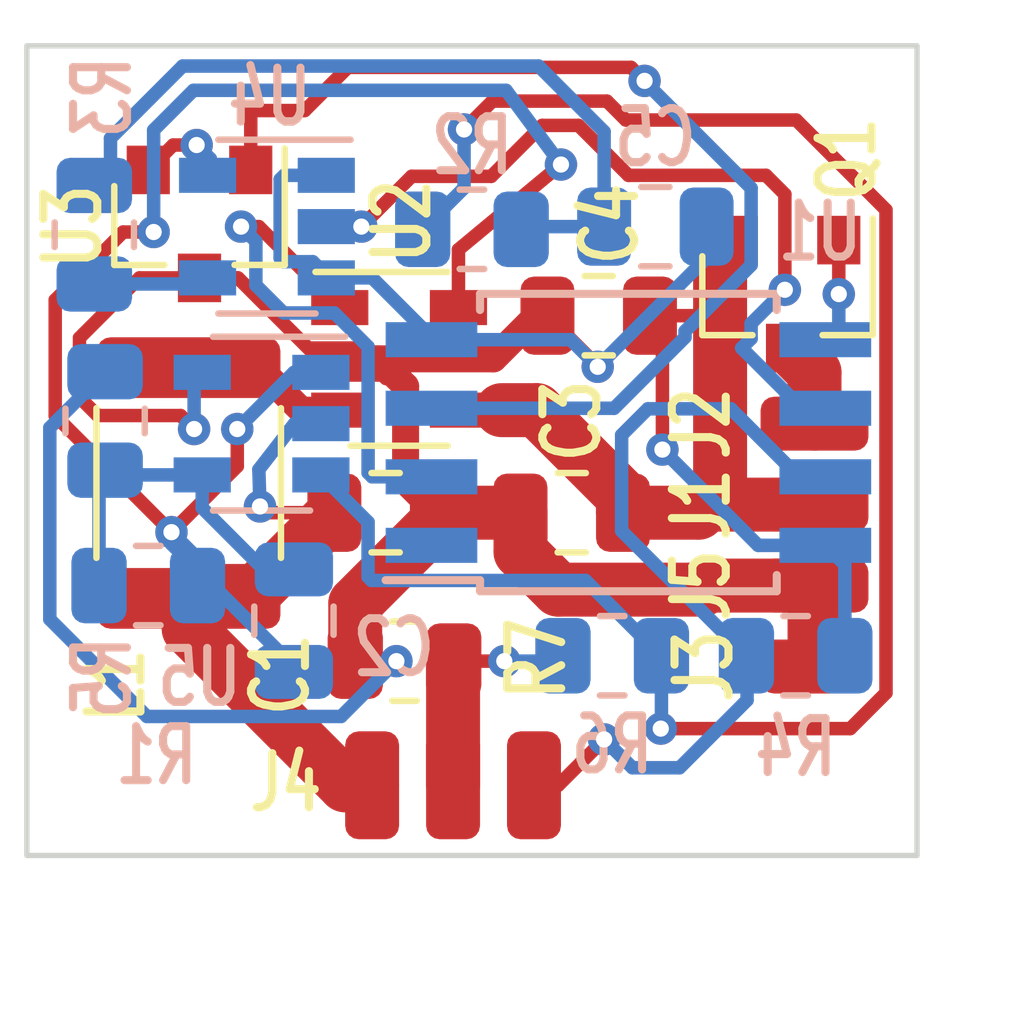
<source format=kicad_pcb>
(kicad_pcb (version 20171130) (host pcbnew 5.1.10-88a1d61d58~90~ubuntu20.04.1)

  (general
    (thickness 1)
    (drawings 4)
    (tracks 213)
    (zones 0)
    (modules 25)
    (nets 19)
  )

  (page A4)
  (layers
    (0 F.Cu signal)
    (31 B.Cu signal hide)
    (36 B.SilkS user hide)
    (37 F.SilkS user hide)
    (38 B.Mask user hide)
    (39 F.Mask user hide)
    (40 Dwgs.User user hide)
    (41 Cmts.User user hide)
    (42 Eco1.User user hide)
    (43 Eco2.User user hide)
    (44 Edge.Cuts user)
    (45 Margin user hide)
    (46 B.CrtYd user hide)
    (47 F.CrtYd user)
    (48 B.Fab user hide)
    (49 F.Fab user)
  )

  (setup
    (last_trace_width 0.25)
    (user_trace_width 0.5)
    (user_trace_width 1)
    (trace_clearance 0.2)
    (zone_clearance 0.508)
    (zone_45_only no)
    (trace_min 0.2)
    (via_size 0.8)
    (via_drill 0.4)
    (via_min_size 0.4)
    (via_min_drill 0.3)
    (user_via 0.6 0.3)
    (uvia_size 0.3)
    (uvia_drill 0.1)
    (uvias_allowed no)
    (uvia_min_size 0.2)
    (uvia_min_drill 0.1)
    (edge_width 0.1)
    (segment_width 0.2)
    (pcb_text_width 0.3)
    (pcb_text_size 1.5 1.5)
    (mod_edge_width 0.15)
    (mod_text_size 0.75 1)
    (mod_text_width 0.15)
    (pad_size 1.524 1.524)
    (pad_drill 0.762)
    (pad_to_mask_clearance 0)
    (aux_axis_origin 0 0)
    (visible_elements FFFDFF7F)
    (pcbplotparams
      (layerselection 0x010f0_ffffffff)
      (usegerberextensions true)
      (usegerberattributes true)
      (usegerberadvancedattributes true)
      (creategerberjobfile false)
      (excludeedgelayer true)
      (linewidth 0.100000)
      (plotframeref false)
      (viasonmask false)
      (mode 1)
      (useauxorigin false)
      (hpglpennumber 1)
      (hpglpenspeed 20)
      (hpglpendiameter 15.000000)
      (psnegative false)
      (psa4output false)
      (plotreference true)
      (plotvalue true)
      (plotinvisibletext false)
      (padsonsilk false)
      (subtractmaskfromsilk true)
      (outputformat 1)
      (mirror false)
      (drillshape 0)
      (scaleselection 1)
      (outputdirectory "../gerber/led_lamp_base/"))
  )

  (net 0 "")
  (net 1 Vreg)
  (net 2 GND)
  (net 3 Vin)
  (net 4 +BATT)
  (net 5 "Net-(L1-Pad1)")
  (net 6 /FB)
  (net 7 /Vdim)
  (net 8 /~SW)
  (net 9 /REFON)
  (net 10 /~BATBYP)
  (net 11 "Net-(R3-Pad2)")
  (net 12 /LEDON)
  (net 13 /OC1A)
  (net 14 /REFIN)
  (net 15 +2V5)
  (net 16 "Net-(C2-Pad1)")
  (net 17 "Net-(J4-Pad2)")
  (net 18 "Net-(R2-Pad2)")

  (net_class Default "This is the default net class."
    (clearance 0.2)
    (trace_width 0.25)
    (via_dia 0.8)
    (via_drill 0.4)
    (uvia_dia 0.3)
    (uvia_drill 0.1)
    (add_net +2V5)
    (add_net +BATT)
    (add_net /FB)
    (add_net /LEDON)
    (add_net /OC1A)
    (add_net /REFIN)
    (add_net /REFON)
    (add_net /Vdim)
    (add_net /~BATBYP)
    (add_net /~SW)
    (add_net GND)
    (add_net "Net-(C2-Pad1)")
    (add_net "Net-(J4-Pad2)")
    (add_net "Net-(L1-Pad1)")
    (add_net "Net-(R2-Pad2)")
    (add_net "Net-(R3-Pad2)")
    (add_net Vin)
    (add_net Vreg)
  )

  (module Resistor_SMD:R_0805_2012Metric (layer B.Cu) (tedit 5F68FEEE) (tstamp 6211D270)
    (at 150.95 107.95 90)
    (descr "Resistor SMD 0805 (2012 Metric), square (rectangular) end terminal, IPC_7351 nominal, (Body size source: IPC-SM-782 page 72, https://www.pcb-3d.com/wordpress/wp-content/uploads/ipc-sm-782a_amendment_1_and_2.pdf), generated with kicad-footprint-generator")
    (tags resistor)
    (path /6212631A)
    (attr smd)
    (fp_text reference R5 (at -4.75 -0.05 270) (layer B.SilkS)
      (effects (font (size 1 0.75) (thickness 0.15)) (justify mirror))
    )
    (fp_text value 1k (at 0 -1.65 90) (layer B.Fab)
      (effects (font (size 1 1) (thickness 0.15)) (justify mirror))
    )
    (fp_line (start -1 -0.625) (end -1 0.625) (layer B.Fab) (width 0.1))
    (fp_line (start -1 0.625) (end 1 0.625) (layer B.Fab) (width 0.1))
    (fp_line (start 1 0.625) (end 1 -0.625) (layer B.Fab) (width 0.1))
    (fp_line (start 1 -0.625) (end -1 -0.625) (layer B.Fab) (width 0.1))
    (fp_line (start -0.227064 0.735) (end 0.227064 0.735) (layer B.SilkS) (width 0.12))
    (fp_line (start -0.227064 -0.735) (end 0.227064 -0.735) (layer B.SilkS) (width 0.12))
    (fp_line (start -1.68 -0.95) (end -1.68 0.95) (layer B.CrtYd) (width 0.05))
    (fp_line (start -1.68 0.95) (end 1.68 0.95) (layer B.CrtYd) (width 0.05))
    (fp_line (start 1.68 0.95) (end 1.68 -0.95) (layer B.CrtYd) (width 0.05))
    (fp_line (start 1.68 -0.95) (end -1.68 -0.95) (layer B.CrtYd) (width 0.05))
    (fp_text user %R (at 0 0 90) (layer B.Fab)
      (effects (font (size 1 1) (thickness 0.15)) (justify mirror))
    )
    (pad 1 smd roundrect (at -0.9125 0 90) (size 1.025 1.4) (layers B.Cu B.Paste B.Mask) (roundrect_rratio 0.2439014634146341)
      (net 16 "Net-(C2-Pad1)"))
    (pad 2 smd roundrect (at 0.9125 0 90) (size 1.025 1.4) (layers B.Cu B.Paste B.Mask) (roundrect_rratio 0.2439014634146341)
      (net 2 GND))
    (model ${KISYS3DMOD}/Resistor_SMD.3dshapes/R_0805_2012Metric.wrl
      (at (xyz 0 0 0))
      (scale (xyz 1 1 1))
      (rotate (xyz 0 0 0))
    )
  )

  (module NetTie:NetTie-2_SMD_Pad0.5mm (layer F.Cu) (tedit 6212E8BF) (tstamp 6212DC64)
    (at 154.15 102.2 180)
    (descr "Net tie, 2 pin, 0.5mm square SMD pads")
    (tags "net tie")
    (path /61D813AB)
    (attr virtual)
    (fp_text reference NT1 (at 0 -1.2) (layer F.SilkS) hide
      (effects (font (size 1 0.75) (thickness 0.15)))
    )
    (fp_text value Net-Tie_2 (at 0 1.2) (layer F.Fab)
      (effects (font (size 1 1) (thickness 0.15)))
    )
    (fp_poly (pts (xy -0.5 -0.125) (xy 0.5 -0.125) (xy 0.5 0.125) (xy -0.5 0.125)) (layer F.Cu) (width 0))
    (fp_line (start 0.625 -0.125) (end -0.625 -0.125) (layer F.CrtYd) (width 0.05))
    (fp_line (start 0.625 0.125) (end 0.625 -0.125) (layer F.CrtYd) (width 0.05))
    (fp_line (start -0.625 0.125) (end 0.625 0.125) (layer F.CrtYd) (width 0.05))
    (fp_line (start -0.625 -0.125) (end -0.625 0.125) (layer F.CrtYd) (width 0.05))
    (pad 1 smd circle (at -0.5 0 180) (size 0.25 0.25) (layers F.Cu)
      (net 9 /REFON))
    (pad 2 smd circle (at 0.5 0 180) (size 0.25 0.25) (layers F.Cu)
      (net 14 /REFIN))
  )

  (module Resistor_SMD:R_0805_2012Metric (layer F.Cu) (tedit 5F68FEEE) (tstamp 6211D435)
    (at 156.5 112.4 180)
    (descr "Resistor SMD 0805 (2012 Metric), square (rectangular) end terminal, IPC_7351 nominal, (Body size source: IPC-SM-782 page 72, https://www.pcb-3d.com/wordpress/wp-content/uploads/ipc-sm-782a_amendment_1_and_2.pdf), generated with kicad-footprint-generator")
    (tags resistor)
    (path /62126342)
    (attr smd)
    (fp_text reference R7 (at -2.45 0.05 90) (layer F.SilkS)
      (effects (font (size 1 0.75) (thickness 0.15)))
    )
    (fp_text value 0,1 (at 0 1.65) (layer F.Fab)
      (effects (font (size 1 1) (thickness 0.15)))
    )
    (fp_line (start -1 0.625) (end -1 -0.625) (layer F.Fab) (width 0.1))
    (fp_line (start -1 -0.625) (end 1 -0.625) (layer F.Fab) (width 0.1))
    (fp_line (start 1 -0.625) (end 1 0.625) (layer F.Fab) (width 0.1))
    (fp_line (start 1 0.625) (end -1 0.625) (layer F.Fab) (width 0.1))
    (fp_line (start -0.227064 -0.735) (end 0.227064 -0.735) (layer F.SilkS) (width 0.12))
    (fp_line (start -0.227064 0.735) (end 0.227064 0.735) (layer F.SilkS) (width 0.12))
    (fp_line (start -1.68 0.95) (end -1.68 -0.95) (layer F.CrtYd) (width 0.05))
    (fp_line (start -1.68 -0.95) (end 1.68 -0.95) (layer F.CrtYd) (width 0.05))
    (fp_line (start 1.68 -0.95) (end 1.68 0.95) (layer F.CrtYd) (width 0.05))
    (fp_line (start 1.68 0.95) (end -1.68 0.95) (layer F.CrtYd) (width 0.05))
    (fp_text user %R (at 0 0) (layer F.Fab)
      (effects (font (size 1 1) (thickness 0.15)))
    )
    (pad 1 smd roundrect (at -0.9125 0 180) (size 1.025 1.4) (layers F.Cu F.Paste F.Mask) (roundrect_rratio 0.2439014634146341)
      (net 17 "Net-(J4-Pad2)"))
    (pad 2 smd roundrect (at 0.9125 0 180) (size 1.025 1.4) (layers F.Cu F.Paste F.Mask) (roundrect_rratio 0.2439014634146341)
      (net 2 GND))
    (model ${KISYS3DMOD}/Resistor_SMD.3dshapes/R_0805_2012Metric.wrl
      (at (xyz 0 0 0))
      (scale (xyz 1 1 1))
      (rotate (xyz 0 0 0))
    )
  )

  (module Resistor_SMD:R_0805_2012Metric (layer B.Cu) (tedit 5F68FEEE) (tstamp 6211D281)
    (at 160.35 112.3)
    (descr "Resistor SMD 0805 (2012 Metric), square (rectangular) end terminal, IPC_7351 nominal, (Body size source: IPC-SM-782 page 72, https://www.pcb-3d.com/wordpress/wp-content/uploads/ipc-sm-782a_amendment_1_and_2.pdf), generated with kicad-footprint-generator")
    (tags resistor)
    (path /62126335)
    (attr smd)
    (fp_text reference R6 (at 0 1.65) (layer B.SilkS)
      (effects (font (size 1 0.75) (thickness 0.15)) (justify mirror))
    )
    (fp_text value 1k (at 0 -1.65) (layer B.Fab)
      (effects (font (size 1 1) (thickness 0.15)) (justify mirror))
    )
    (fp_line (start 1.68 -0.95) (end -1.68 -0.95) (layer B.CrtYd) (width 0.05))
    (fp_line (start 1.68 0.95) (end 1.68 -0.95) (layer B.CrtYd) (width 0.05))
    (fp_line (start -1.68 0.95) (end 1.68 0.95) (layer B.CrtYd) (width 0.05))
    (fp_line (start -1.68 -0.95) (end -1.68 0.95) (layer B.CrtYd) (width 0.05))
    (fp_line (start -0.227064 -0.735) (end 0.227064 -0.735) (layer B.SilkS) (width 0.12))
    (fp_line (start -0.227064 0.735) (end 0.227064 0.735) (layer B.SilkS) (width 0.12))
    (fp_line (start 1 -0.625) (end -1 -0.625) (layer B.Fab) (width 0.1))
    (fp_line (start 1 0.625) (end 1 -0.625) (layer B.Fab) (width 0.1))
    (fp_line (start -1 0.625) (end 1 0.625) (layer B.Fab) (width 0.1))
    (fp_line (start -1 -0.625) (end -1 0.625) (layer B.Fab) (width 0.1))
    (fp_text user %R (at 0 0) (layer B.Fab)
      (effects (font (size 1 1) (thickness 0.15)) (justify mirror))
    )
    (pad 2 smd roundrect (at 0.9125 0) (size 1.025 1.4) (layers B.Cu B.Paste B.Mask) (roundrect_rratio 0.2439014634146341)
      (net 18 "Net-(R2-Pad2)"))
    (pad 1 smd roundrect (at -0.9125 0) (size 1.025 1.4) (layers B.Cu B.Paste B.Mask) (roundrect_rratio 0.2439014634146341)
      (net 17 "Net-(J4-Pad2)"))
    (model ${KISYS3DMOD}/Resistor_SMD.3dshapes/R_0805_2012Metric.wrl
      (at (xyz 0 0 0))
      (scale (xyz 1 1 1))
      (rotate (xyz 0 0 0))
    )
  )

  (module Package_TO_SOT_SMD:SOT-23-5 (layer B.Cu) (tedit 5A02FF57) (tstamp 6211D2A7)
    (at 153.85 108 180)
    (descr "5-pin SOT23 package")
    (tags SOT-23-5)
    (path /6212630E)
    (attr smd)
    (fp_text reference U5 (at 1.15 -4.7) (layer B.SilkS)
      (effects (font (size 1 0.75) (thickness 0.15)) (justify mirror))
    )
    (fp_text value MCP6001R (at 0 -2.9) (layer B.Fab)
      (effects (font (size 1 1) (thickness 0.15)) (justify mirror))
    )
    (fp_line (start -0.9 -1.61) (end 0.9 -1.61) (layer B.SilkS) (width 0.12))
    (fp_line (start 0.9 1.61) (end -1.55 1.61) (layer B.SilkS) (width 0.12))
    (fp_line (start -1.9 1.8) (end 1.9 1.8) (layer B.CrtYd) (width 0.05))
    (fp_line (start 1.9 1.8) (end 1.9 -1.8) (layer B.CrtYd) (width 0.05))
    (fp_line (start 1.9 -1.8) (end -1.9 -1.8) (layer B.CrtYd) (width 0.05))
    (fp_line (start -1.9 -1.8) (end -1.9 1.8) (layer B.CrtYd) (width 0.05))
    (fp_line (start -0.9 0.9) (end -0.25 1.55) (layer B.Fab) (width 0.1))
    (fp_line (start 0.9 1.55) (end -0.25 1.55) (layer B.Fab) (width 0.1))
    (fp_line (start -0.9 0.9) (end -0.9 -1.55) (layer B.Fab) (width 0.1))
    (fp_line (start 0.9 -1.55) (end -0.9 -1.55) (layer B.Fab) (width 0.1))
    (fp_line (start 0.9 1.55) (end 0.9 -1.55) (layer B.Fab) (width 0.1))
    (fp_text user %R (at 0 0 270) (layer B.Fab)
      (effects (font (size 1 1) (thickness 0.15)) (justify mirror))
    )
    (pad 1 smd rect (at -1.1 0.95 180) (size 1.06 0.65) (layers B.Cu B.Paste B.Mask)
      (net 6 /FB))
    (pad 2 smd rect (at -1.1 0 180) (size 1.06 0.65) (layers B.Cu B.Paste B.Mask)
      (net 1 Vreg))
    (pad 3 smd rect (at -1.1 -0.95 180) (size 1.06 0.65) (layers B.Cu B.Paste B.Mask)
      (net 18 "Net-(R2-Pad2)"))
    (pad 4 smd rect (at 1.1 -0.95 180) (size 1.06 0.65) (layers B.Cu B.Paste B.Mask)
      (net 16 "Net-(C2-Pad1)"))
    (pad 5 smd rect (at 1.1 0.95 180) (size 1.06 0.65) (layers B.Cu B.Paste B.Mask)
      (net 2 GND))
    (model ${KISYS3DMOD}/Package_TO_SOT_SMD.3dshapes/SOT-23-5.wrl
      (at (xyz 0 0 0))
      (scale (xyz 1 1 1))
      (rotate (xyz 0 0 0))
    )
  )

  (module Capacitor_SMD:C_0805_2012Metric (layer F.Cu) (tedit 5F68FEEE) (tstamp 6167BDEF)
    (at 156.15 109.65)
    (descr "Capacitor SMD 0805 (2012 Metric), square (rectangular) end terminal, IPC_7351 nominal, (Body size source: IPC-SM-782 page 76, https://www.pcb-3d.com/wordpress/wp-content/uploads/ipc-sm-782a_amendment_1_and_2.pdf, https://docs.google.com/spreadsheets/d/1BsfQQcO9C6DZCsRaXUlFlo91Tg2WpOkGARC1WS5S8t0/edit?usp=sharing), generated with kicad-footprint-generator")
    (tags capacitor)
    (path /6163C6A3)
    (attr smd)
    (fp_text reference C1 (at -1.95 3 90) (layer F.SilkS)
      (effects (font (size 1 0.75) (thickness 0.15)))
    )
    (fp_text value 10u (at 0 1.68) (layer F.Fab)
      (effects (font (size 1 1) (thickness 0.15)))
    )
    (fp_line (start 1.7 0.98) (end -1.7 0.98) (layer F.CrtYd) (width 0.05))
    (fp_line (start 1.7 -0.98) (end 1.7 0.98) (layer F.CrtYd) (width 0.05))
    (fp_line (start -1.7 -0.98) (end 1.7 -0.98) (layer F.CrtYd) (width 0.05))
    (fp_line (start -1.7 0.98) (end -1.7 -0.98) (layer F.CrtYd) (width 0.05))
    (fp_line (start -0.261252 0.735) (end 0.261252 0.735) (layer F.SilkS) (width 0.12))
    (fp_line (start -0.261252 -0.735) (end 0.261252 -0.735) (layer F.SilkS) (width 0.12))
    (fp_line (start 1 0.625) (end -1 0.625) (layer F.Fab) (width 0.1))
    (fp_line (start 1 -0.625) (end 1 0.625) (layer F.Fab) (width 0.1))
    (fp_line (start -1 -0.625) (end 1 -0.625) (layer F.Fab) (width 0.1))
    (fp_line (start -1 0.625) (end -1 -0.625) (layer F.Fab) (width 0.1))
    (fp_text user %R (at 0 0) (layer F.Fab)
      (effects (font (size 1 1) (thickness 0.15)))
    )
    (pad 1 smd roundrect (at -0.95 0) (size 1 1.45) (layers F.Cu F.Paste F.Mask) (roundrect_rratio 0.25)
      (net 1 Vreg))
    (pad 2 smd roundrect (at 0.95 0) (size 1 1.45) (layers F.Cu F.Paste F.Mask) (roundrect_rratio 0.25)
      (net 2 GND))
    (model ${KISYS3DMOD}/Capacitor_SMD.3dshapes/C_0805_2012Metric.wrl
      (at (xyz 0 0 0))
      (scale (xyz 1 1 1))
      (rotate (xyz 0 0 0))
    )
  )

  (module Capacitor_SMD:C_0805_2012Metric (layer B.Cu) (tedit 5F68FEEE) (tstamp 6213AEF3)
    (at 154.45 111.65 270)
    (descr "Capacitor SMD 0805 (2012 Metric), square (rectangular) end terminal, IPC_7351 nominal, (Body size source: IPC-SM-782 page 76, https://www.pcb-3d.com/wordpress/wp-content/uploads/ipc-sm-782a_amendment_1_and_2.pdf, https://docs.google.com/spreadsheets/d/1BsfQQcO9C6DZCsRaXUlFlo91Tg2WpOkGARC1WS5S8t0/edit?usp=sharing), generated with kicad-footprint-generator")
    (tags capacitor)
    (path /6212635F)
    (attr smd)
    (fp_text reference C2 (at 0.5 -1.85 180) (layer B.SilkS)
      (effects (font (size 1 0.75) (thickness 0.15)) (justify mirror))
    )
    (fp_text value 1n (at 0 -1.68 90) (layer B.Fab)
      (effects (font (size 1 1) (thickness 0.15)) (justify mirror))
    )
    (fp_line (start 1.7 -0.98) (end -1.7 -0.98) (layer B.CrtYd) (width 0.05))
    (fp_line (start 1.7 0.98) (end 1.7 -0.98) (layer B.CrtYd) (width 0.05))
    (fp_line (start -1.7 0.98) (end 1.7 0.98) (layer B.CrtYd) (width 0.05))
    (fp_line (start -1.7 -0.98) (end -1.7 0.98) (layer B.CrtYd) (width 0.05))
    (fp_line (start -0.261252 -0.735) (end 0.261252 -0.735) (layer B.SilkS) (width 0.12))
    (fp_line (start -0.261252 0.735) (end 0.261252 0.735) (layer B.SilkS) (width 0.12))
    (fp_line (start 1 -0.625) (end -1 -0.625) (layer B.Fab) (width 0.1))
    (fp_line (start 1 0.625) (end 1 -0.625) (layer B.Fab) (width 0.1))
    (fp_line (start -1 0.625) (end 1 0.625) (layer B.Fab) (width 0.1))
    (fp_line (start -1 -0.625) (end -1 0.625) (layer B.Fab) (width 0.1))
    (fp_text user %R (at 0 0 90) (layer B.Fab)
      (effects (font (size 1 1) (thickness 0.15)) (justify mirror))
    )
    (pad 1 smd roundrect (at -0.95 0 270) (size 1 1.45) (layers B.Cu B.Paste B.Mask) (roundrect_rratio 0.25)
      (net 16 "Net-(C2-Pad1)"))
    (pad 2 smd roundrect (at 0.95 0 270) (size 1 1.45) (layers B.Cu B.Paste B.Mask) (roundrect_rratio 0.25)
      (net 6 /FB))
    (model ${KISYS3DMOD}/Capacitor_SMD.3dshapes/C_0805_2012Metric.wrl
      (at (xyz 0 0 0))
      (scale (xyz 1 1 1))
      (rotate (xyz 0 0 0))
    )
  )

  (module Capacitor_SMD:C_0805_2012Metric (layer F.Cu) (tedit 5F68FEEE) (tstamp 6167BE11)
    (at 159.6 109.65 180)
    (descr "Capacitor SMD 0805 (2012 Metric), square (rectangular) end terminal, IPC_7351 nominal, (Body size source: IPC-SM-782 page 76, https://www.pcb-3d.com/wordpress/wp-content/uploads/ipc-sm-782a_amendment_1_and_2.pdf, https://docs.google.com/spreadsheets/d/1BsfQQcO9C6DZCsRaXUlFlo91Tg2WpOkGARC1WS5S8t0/edit?usp=sharing), generated with kicad-footprint-generator")
    (tags capacitor)
    (path /6163D5CC)
    (attr smd)
    (fp_text reference C3 (at 0 1.7 90) (layer F.SilkS)
      (effects (font (size 1 0.75) (thickness 0.15)))
    )
    (fp_text value 10u (at 0 1.68) (layer F.Fab)
      (effects (font (size 1 1) (thickness 0.15)))
    )
    (fp_line (start -1 0.625) (end -1 -0.625) (layer F.Fab) (width 0.1))
    (fp_line (start -1 -0.625) (end 1 -0.625) (layer F.Fab) (width 0.1))
    (fp_line (start 1 -0.625) (end 1 0.625) (layer F.Fab) (width 0.1))
    (fp_line (start 1 0.625) (end -1 0.625) (layer F.Fab) (width 0.1))
    (fp_line (start -0.261252 -0.735) (end 0.261252 -0.735) (layer F.SilkS) (width 0.12))
    (fp_line (start -0.261252 0.735) (end 0.261252 0.735) (layer F.SilkS) (width 0.12))
    (fp_line (start -1.7 0.98) (end -1.7 -0.98) (layer F.CrtYd) (width 0.05))
    (fp_line (start -1.7 -0.98) (end 1.7 -0.98) (layer F.CrtYd) (width 0.05))
    (fp_line (start 1.7 -0.98) (end 1.7 0.98) (layer F.CrtYd) (width 0.05))
    (fp_line (start 1.7 0.98) (end -1.7 0.98) (layer F.CrtYd) (width 0.05))
    (fp_text user %R (at 0 0) (layer F.Fab)
      (effects (font (size 1 1) (thickness 0.15)))
    )
    (pad 2 smd roundrect (at 0.95 0 180) (size 1 1.45) (layers F.Cu F.Paste F.Mask) (roundrect_rratio 0.25)
      (net 2 GND))
    (pad 1 smd roundrect (at -0.95 0 180) (size 1 1.45) (layers F.Cu F.Paste F.Mask) (roundrect_rratio 0.25)
      (net 3 Vin))
    (model ${KISYS3DMOD}/Capacitor_SMD.3dshapes/C_0805_2012Metric.wrl
      (at (xyz 0 0 0))
      (scale (xyz 1 1 1))
      (rotate (xyz 0 0 0))
    )
  )

  (module Capacitor_SMD:C_0805_2012Metric (layer F.Cu) (tedit 5F68FEEE) (tstamp 6167BE22)
    (at 160.1 106 180)
    (descr "Capacitor SMD 0805 (2012 Metric), square (rectangular) end terminal, IPC_7351 nominal, (Body size source: IPC-SM-782 page 76, https://www.pcb-3d.com/wordpress/wp-content/uploads/ipc-sm-782a_amendment_1_and_2.pdf, https://docs.google.com/spreadsheets/d/1BsfQQcO9C6DZCsRaXUlFlo91Tg2WpOkGARC1WS5S8t0/edit?usp=sharing), generated with kicad-footprint-generator")
    (tags capacitor)
    (path /61661E47)
    (attr smd)
    (fp_text reference C4 (at -0.2 1.7 90) (layer F.SilkS)
      (effects (font (size 1 0.75) (thickness 0.15)))
    )
    (fp_text value 0,1u (at 0 1.68) (layer F.Fab)
      (effects (font (size 1 1) (thickness 0.15)))
    )
    (fp_line (start -1 0.625) (end -1 -0.625) (layer F.Fab) (width 0.1))
    (fp_line (start -1 -0.625) (end 1 -0.625) (layer F.Fab) (width 0.1))
    (fp_line (start 1 -0.625) (end 1 0.625) (layer F.Fab) (width 0.1))
    (fp_line (start 1 0.625) (end -1 0.625) (layer F.Fab) (width 0.1))
    (fp_line (start -0.261252 -0.735) (end 0.261252 -0.735) (layer F.SilkS) (width 0.12))
    (fp_line (start -0.261252 0.735) (end 0.261252 0.735) (layer F.SilkS) (width 0.12))
    (fp_line (start -1.7 0.98) (end -1.7 -0.98) (layer F.CrtYd) (width 0.05))
    (fp_line (start -1.7 -0.98) (end 1.7 -0.98) (layer F.CrtYd) (width 0.05))
    (fp_line (start 1.7 -0.98) (end 1.7 0.98) (layer F.CrtYd) (width 0.05))
    (fp_line (start 1.7 0.98) (end -1.7 0.98) (layer F.CrtYd) (width 0.05))
    (fp_text user %R (at 0 0) (layer F.Fab)
      (effects (font (size 1 1) (thickness 0.15)))
    )
    (pad 2 smd roundrect (at 0.95 0 180) (size 1 1.45) (layers F.Cu F.Paste F.Mask) (roundrect_rratio 0.25)
      (net 2 GND))
    (pad 1 smd roundrect (at -0.95 0 180) (size 1 1.45) (layers F.Cu F.Paste F.Mask) (roundrect_rratio 0.25)
      (net 3 Vin))
    (model ${KISYS3DMOD}/Capacitor_SMD.3dshapes/C_0805_2012Metric.wrl
      (at (xyz 0 0 0))
      (scale (xyz 1 1 1))
      (rotate (xyz 0 0 0))
    )
  )

  (module Capacitor_SMD:C_0805_2012Metric (layer B.Cu) (tedit 5F68FEEE) (tstamp 6167BE33)
    (at 161.15 104.35)
    (descr "Capacitor SMD 0805 (2012 Metric), square (rectangular) end terminal, IPC_7351 nominal, (Body size source: IPC-SM-782 page 76, https://www.pcb-3d.com/wordpress/wp-content/uploads/ipc-sm-782a_amendment_1_and_2.pdf, https://docs.google.com/spreadsheets/d/1BsfQQcO9C6DZCsRaXUlFlo91Tg2WpOkGARC1WS5S8t0/edit?usp=sharing), generated with kicad-footprint-generator")
    (tags capacitor)
    (path /6166524A)
    (attr smd)
    (fp_text reference C5 (at 0 -1.65) (layer B.SilkS)
      (effects (font (size 1 0.75) (thickness 0.15)) (justify mirror))
    )
    (fp_text value 0,1u (at 0 -1.68) (layer B.Fab)
      (effects (font (size 1 1) (thickness 0.15)) (justify mirror))
    )
    (fp_line (start 1.7 -0.98) (end -1.7 -0.98) (layer B.CrtYd) (width 0.05))
    (fp_line (start 1.7 0.98) (end 1.7 -0.98) (layer B.CrtYd) (width 0.05))
    (fp_line (start -1.7 0.98) (end 1.7 0.98) (layer B.CrtYd) (width 0.05))
    (fp_line (start -1.7 -0.98) (end -1.7 0.98) (layer B.CrtYd) (width 0.05))
    (fp_line (start -0.261252 -0.735) (end 0.261252 -0.735) (layer B.SilkS) (width 0.12))
    (fp_line (start -0.261252 0.735) (end 0.261252 0.735) (layer B.SilkS) (width 0.12))
    (fp_line (start 1 -0.625) (end -1 -0.625) (layer B.Fab) (width 0.1))
    (fp_line (start 1 0.625) (end 1 -0.625) (layer B.Fab) (width 0.1))
    (fp_line (start -1 0.625) (end 1 0.625) (layer B.Fab) (width 0.1))
    (fp_line (start -1 -0.625) (end -1 0.625) (layer B.Fab) (width 0.1))
    (fp_text user %R (at 0 0) (layer B.Fab)
      (effects (font (size 1 1) (thickness 0.15)) (justify mirror))
    )
    (pad 1 smd roundrect (at -0.95 0) (size 1 1.45) (layers B.Cu B.Paste B.Mask) (roundrect_rratio 0.25)
      (net 7 /Vdim))
    (pad 2 smd roundrect (at 0.95 0) (size 1 1.45) (layers B.Cu B.Paste B.Mask) (roundrect_rratio 0.25)
      (net 2 GND))
    (model ${KISYS3DMOD}/Capacitor_SMD.3dshapes/C_0805_2012Metric.wrl
      (at (xyz 0 0 0))
      (scale (xyz 1 1 1))
      (rotate (xyz 0 0 0))
    )
  )

  (module led_lamp:SolderWirePad_1x01_SMD_1x2mm (layer F.Cu) (tedit 615F4851) (tstamp 6211D4E5)
    (at 164.1 109.5 90)
    (descr "Wire Pad, Square, SMD Pad,  1mmx2mm")
    (tags "MesurementPoint Square SMDPad 5mmx10mm ")
    (path /6169CED8)
    (attr virtual)
    (fp_text reference J1 (at 0 -2.1 90) (layer F.SilkS)
      (effects (font (size 1 0.75) (thickness 0.15)))
    )
    (fp_text value Conn_01x01 (at 0 2.85 90) (layer F.Fab)
      (effects (font (size 1 1) (thickness 0.15)))
    )
    (fp_line (start -0.65 1.27) (end -0.65 -1.27) (layer F.Fab) (width 0.1))
    (fp_line (start 0.65 1.27) (end -0.65 1.27) (layer F.Fab) (width 0.1))
    (fp_line (start 0.65 -1.27) (end 0.65 1.27) (layer F.Fab) (width 0.1))
    (fp_line (start -0.65 -1.27) (end 0.65 -1.27) (layer F.Fab) (width 0.1))
    (fp_line (start -0.65 -1.27) (end -0.65 1.27) (layer F.CrtYd) (width 0.05))
    (fp_line (start -0.65 1.27) (end 0.65 1.27) (layer F.CrtYd) (width 0.05))
    (fp_line (start 0.65 1.27) (end 0.65 -1.27) (layer F.CrtYd) (width 0.05))
    (fp_line (start 0.65 -1.27) (end -0.65 -1.27) (layer F.CrtYd) (width 0.05))
    (fp_text user %R (at 0 0 90) (layer F.Fab)
      (effects (font (size 1 1) (thickness 0.15)))
    )
    (pad 1 smd roundrect (at 0 0 90) (size 1 2) (layers F.Cu F.Paste F.Mask) (roundrect_rratio 0.25)
      (net 3 Vin))
  )

  (module led_lamp:SolderWirePad_1x01_SMD_1x2mm (layer F.Cu) (tedit 615F4851) (tstamp 6211D873)
    (at 164.1 108 90)
    (descr "Wire Pad, Square, SMD Pad,  1mmx2mm")
    (tags "MesurementPoint Square SMDPad 5mmx10mm ")
    (path /61649662)
    (attr virtual)
    (fp_text reference J2 (at 0 -2.1 90) (layer F.SilkS)
      (effects (font (size 1 0.75) (thickness 0.15)))
    )
    (fp_text value Conn_01x01 (at 0 2.85 90) (layer F.Fab)
      (effects (font (size 1 1) (thickness 0.15)))
    )
    (fp_line (start 0.65 -1.27) (end -0.65 -1.27) (layer F.CrtYd) (width 0.05))
    (fp_line (start 0.65 1.27) (end 0.65 -1.27) (layer F.CrtYd) (width 0.05))
    (fp_line (start -0.65 1.27) (end 0.65 1.27) (layer F.CrtYd) (width 0.05))
    (fp_line (start -0.65 -1.27) (end -0.65 1.27) (layer F.CrtYd) (width 0.05))
    (fp_line (start -0.65 -1.27) (end 0.65 -1.27) (layer F.Fab) (width 0.1))
    (fp_line (start 0.65 -1.27) (end 0.65 1.27) (layer F.Fab) (width 0.1))
    (fp_line (start 0.65 1.27) (end -0.65 1.27) (layer F.Fab) (width 0.1))
    (fp_line (start -0.65 1.27) (end -0.65 -1.27) (layer F.Fab) (width 0.1))
    (fp_text user %R (at 0 0 90) (layer F.Fab)
      (effects (font (size 1 1) (thickness 0.15)))
    )
    (pad 1 smd roundrect (at 0 0 90) (size 1 2) (layers F.Cu F.Paste F.Mask) (roundrect_rratio 0.25)
      (net 4 +BATT))
  )

  (module led_lamp:SolderWirePad_1x01_SMD_1x2mm (layer F.Cu) (tedit 615F4851) (tstamp 6167BE6E)
    (at 164.1 112.5 270)
    (descr "Wire Pad, Square, SMD Pad,  1mmx2mm")
    (tags "MesurementPoint Square SMDPad 5mmx10mm ")
    (path /6164CA1C)
    (attr virtual)
    (fp_text reference J3 (at 0 2.05 90) (layer F.SilkS)
      (effects (font (size 1 0.75) (thickness 0.15)))
    )
    (fp_text value Conn_01x01 (at 0 2.85 90) (layer F.Fab)
      (effects (font (size 1 1) (thickness 0.15)))
    )
    (fp_line (start 0.65 -1.27) (end -0.65 -1.27) (layer F.CrtYd) (width 0.05))
    (fp_line (start 0.65 1.27) (end 0.65 -1.27) (layer F.CrtYd) (width 0.05))
    (fp_line (start -0.65 1.27) (end 0.65 1.27) (layer F.CrtYd) (width 0.05))
    (fp_line (start -0.65 -1.27) (end -0.65 1.27) (layer F.CrtYd) (width 0.05))
    (fp_line (start -0.65 -1.27) (end 0.65 -1.27) (layer F.Fab) (width 0.1))
    (fp_line (start 0.65 -1.27) (end 0.65 1.27) (layer F.Fab) (width 0.1))
    (fp_line (start 0.65 1.27) (end -0.65 1.27) (layer F.Fab) (width 0.1))
    (fp_line (start -0.65 1.27) (end -0.65 -1.27) (layer F.Fab) (width 0.1))
    (fp_text user %R (at 0 0 90) (layer F.Fab)
      (effects (font (size 1 1) (thickness 0.15)))
    )
    (pad 1 smd roundrect (at 0 0 270) (size 1 2) (layers F.Cu F.Paste F.Mask) (roundrect_rratio 0.25)
      (net 2 GND))
  )

  (module Inductor_SMD:L_1812_4532Metric (layer F.Cu) (tedit 5F68FEF0) (tstamp 61678DC4)
    (at 152.5 109.1 270)
    (descr "Inductor SMD 1812 (4532 Metric), square (rectangular) end terminal, IPC_7351 nominal, (Body size source: https://www.nikhef.nl/pub/departments/mt/projects/detectorR_D/dtddice/ERJ2G.pdf), generated with kicad-footprint-generator")
    (tags inductor)
    (path /6163A040)
    (attr smd)
    (fp_text reference L1 (at 3.75 1.35 90) (layer F.SilkS)
      (effects (font (size 1 0.75) (thickness 0.15)))
    )
    (fp_text value 2,2u (at 0 2.65 90) (layer F.Fab)
      (effects (font (size 1 1) (thickness 0.15)))
    )
    (fp_line (start 2.95 1.95) (end -2.95 1.95) (layer F.CrtYd) (width 0.05))
    (fp_line (start 2.95 -1.95) (end 2.95 1.95) (layer F.CrtYd) (width 0.05))
    (fp_line (start -2.95 -1.95) (end 2.95 -1.95) (layer F.CrtYd) (width 0.05))
    (fp_line (start -2.95 1.95) (end -2.95 -1.95) (layer F.CrtYd) (width 0.05))
    (fp_line (start -1.386252 1.71) (end 1.386252 1.71) (layer F.SilkS) (width 0.12))
    (fp_line (start -1.386252 -1.71) (end 1.386252 -1.71) (layer F.SilkS) (width 0.12))
    (fp_line (start 2.25 1.6) (end -2.25 1.6) (layer F.Fab) (width 0.1))
    (fp_line (start 2.25 -1.6) (end 2.25 1.6) (layer F.Fab) (width 0.1))
    (fp_line (start -2.25 -1.6) (end 2.25 -1.6) (layer F.Fab) (width 0.1))
    (fp_line (start -2.25 1.6) (end -2.25 -1.6) (layer F.Fab) (width 0.1))
    (fp_text user %R (at 0 0 90) (layer F.Fab)
      (effects (font (size 1 1) (thickness 0.15)))
    )
    (pad 1 smd roundrect (at -2.1375 0 270) (size 1.125 3.4) (layers F.Cu F.Paste F.Mask) (roundrect_rratio 0.2222204444444444)
      (net 5 "Net-(L1-Pad1)"))
    (pad 2 smd roundrect (at 2.1375 0 270) (size 1.125 3.4) (layers F.Cu F.Paste F.Mask) (roundrect_rratio 0.2222204444444444)
      (net 1 Vreg))
    (model ${KISYS3DMOD}/Inductor_SMD.3dshapes/L_1812_4532Metric.wrl
      (at (xyz 0 0 0))
      (scale (xyz 1 1 1))
      (rotate (xyz 0 0 0))
    )
  )

  (module Package_TO_SOT_SMD:SOT-23 (layer F.Cu) (tedit 5A02FF57) (tstamp 6167C693)
    (at 163.6 105.6 270)
    (descr "SOT-23, Standard")
    (tags SOT-23)
    (path /6165001D)
    (attr smd)
    (fp_text reference Q1 (at -2.5 -1.1 90) (layer F.SilkS)
      (effects (font (size 1 0.75) (thickness 0.15)))
    )
    (fp_text value FDN306P (at 0 2.5 90) (layer F.Fab)
      (effects (font (size 1 1) (thickness 0.15)))
    )
    (fp_line (start 0.76 1.58) (end -0.7 1.58) (layer F.SilkS) (width 0.12))
    (fp_line (start 0.76 -1.58) (end -1.4 -1.58) (layer F.SilkS) (width 0.12))
    (fp_line (start -1.7 1.75) (end -1.7 -1.75) (layer F.CrtYd) (width 0.05))
    (fp_line (start 1.7 1.75) (end -1.7 1.75) (layer F.CrtYd) (width 0.05))
    (fp_line (start 1.7 -1.75) (end 1.7 1.75) (layer F.CrtYd) (width 0.05))
    (fp_line (start -1.7 -1.75) (end 1.7 -1.75) (layer F.CrtYd) (width 0.05))
    (fp_line (start 0.76 -1.58) (end 0.76 -0.65) (layer F.SilkS) (width 0.12))
    (fp_line (start 0.76 1.58) (end 0.76 0.65) (layer F.SilkS) (width 0.12))
    (fp_line (start -0.7 1.52) (end 0.7 1.52) (layer F.Fab) (width 0.1))
    (fp_line (start 0.7 -1.52) (end 0.7 1.52) (layer F.Fab) (width 0.1))
    (fp_line (start -0.7 -0.95) (end -0.15 -1.52) (layer F.Fab) (width 0.1))
    (fp_line (start -0.15 -1.52) (end 0.7 -1.52) (layer F.Fab) (width 0.1))
    (fp_line (start -0.7 -0.95) (end -0.7 1.5) (layer F.Fab) (width 0.1))
    (fp_text user %R (at 0 0) (layer F.Fab)
      (effects (font (size 1 1) (thickness 0.15)))
    )
    (pad 1 smd rect (at -1 -0.95 270) (size 0.9 0.8) (layers F.Cu F.Paste F.Mask)
      (net 10 /~BATBYP))
    (pad 2 smd rect (at -1 0.95 270) (size 0.9 0.8) (layers F.Cu F.Paste F.Mask)
      (net 3 Vin))
    (pad 3 smd rect (at 1 0 270) (size 0.9 0.8) (layers F.Cu F.Paste F.Mask)
      (net 4 +BATT))
    (model ${KISYS3DMOD}/Package_TO_SOT_SMD.3dshapes/SOT-23.wrl
      (at (xyz 0 0 0))
      (scale (xyz 1 1 1))
      (rotate (xyz 0 0 0))
    )
  )

  (module Resistor_SMD:R_0805_2012Metric (layer B.Cu) (tedit 5F68FEEE) (tstamp 6167C3A1)
    (at 151.75 111)
    (descr "Resistor SMD 0805 (2012 Metric), square (rectangular) end terminal, IPC_7351 nominal, (Body size source: IPC-SM-782 page 72, https://www.pcb-3d.com/wordpress/wp-content/uploads/ipc-sm-782a_amendment_1_and_2.pdf), generated with kicad-footprint-generator")
    (tags resistor)
    (path /62126314)
    (attr smd)
    (fp_text reference R1 (at 0.15 3.15) (layer B.SilkS)
      (effects (font (size 1 0.75) (thickness 0.15)) (justify mirror))
    )
    (fp_text value 36k (at 0 -1.65) (layer B.Fab)
      (effects (font (size 1 1) (thickness 0.15)) (justify mirror))
    )
    (fp_line (start -1 -0.625) (end -1 0.625) (layer B.Fab) (width 0.1))
    (fp_line (start -1 0.625) (end 1 0.625) (layer B.Fab) (width 0.1))
    (fp_line (start 1 0.625) (end 1 -0.625) (layer B.Fab) (width 0.1))
    (fp_line (start 1 -0.625) (end -1 -0.625) (layer B.Fab) (width 0.1))
    (fp_line (start -0.227064 0.735) (end 0.227064 0.735) (layer B.SilkS) (width 0.12))
    (fp_line (start -0.227064 -0.735) (end 0.227064 -0.735) (layer B.SilkS) (width 0.12))
    (fp_line (start -1.68 -0.95) (end -1.68 0.95) (layer B.CrtYd) (width 0.05))
    (fp_line (start -1.68 0.95) (end 1.68 0.95) (layer B.CrtYd) (width 0.05))
    (fp_line (start 1.68 0.95) (end 1.68 -0.95) (layer B.CrtYd) (width 0.05))
    (fp_line (start 1.68 -0.95) (end -1.68 -0.95) (layer B.CrtYd) (width 0.05))
    (fp_text user %R (at 0 0) (layer B.Fab)
      (effects (font (size 1 1) (thickness 0.15)) (justify mirror))
    )
    (pad 2 smd roundrect (at 0.9125 0) (size 1.025 1.4) (layers B.Cu B.Paste B.Mask) (roundrect_rratio 0.2439004878048781)
      (net 6 /FB))
    (pad 1 smd roundrect (at -0.9125 0) (size 1.025 1.4) (layers B.Cu B.Paste B.Mask) (roundrect_rratio 0.2439004878048781)
      (net 16 "Net-(C2-Pad1)"))
    (model ${KISYS3DMOD}/Resistor_SMD.3dshapes/R_0805_2012Metric.wrl
      (at (xyz 0 0 0))
      (scale (xyz 1 1 1))
      (rotate (xyz 0 0 0))
    )
  )

  (module Resistor_SMD:R_0805_2012Metric (layer B.Cu) (tedit 5F68FEEE) (tstamp 6167C3F6)
    (at 157.75 104.4 180)
    (descr "Resistor SMD 0805 (2012 Metric), square (rectangular) end terminal, IPC_7351 nominal, (Body size source: IPC-SM-782 page 72, https://www.pcb-3d.com/wordpress/wp-content/uploads/ipc-sm-782a_amendment_1_and_2.pdf), generated with kicad-footprint-generator")
    (tags resistor)
    (path /6212632F)
    (attr smd)
    (fp_text reference R2 (at 0 1.55) (layer B.SilkS)
      (effects (font (size 1 0.75) (thickness 0.15)) (justify mirror))
    )
    (fp_text value 100k (at 0 -1.65) (layer B.Fab)
      (effects (font (size 1 1) (thickness 0.15)) (justify mirror))
    )
    (fp_line (start 1.68 -0.95) (end -1.68 -0.95) (layer B.CrtYd) (width 0.05))
    (fp_line (start 1.68 0.95) (end 1.68 -0.95) (layer B.CrtYd) (width 0.05))
    (fp_line (start -1.68 0.95) (end 1.68 0.95) (layer B.CrtYd) (width 0.05))
    (fp_line (start -1.68 -0.95) (end -1.68 0.95) (layer B.CrtYd) (width 0.05))
    (fp_line (start -0.227064 -0.735) (end 0.227064 -0.735) (layer B.SilkS) (width 0.12))
    (fp_line (start -0.227064 0.735) (end 0.227064 0.735) (layer B.SilkS) (width 0.12))
    (fp_line (start 1 -0.625) (end -1 -0.625) (layer B.Fab) (width 0.1))
    (fp_line (start 1 0.625) (end 1 -0.625) (layer B.Fab) (width 0.1))
    (fp_line (start -1 0.625) (end 1 0.625) (layer B.Fab) (width 0.1))
    (fp_line (start -1 -0.625) (end -1 0.625) (layer B.Fab) (width 0.1))
    (fp_text user %R (at 0 0) (layer B.Fab)
      (effects (font (size 1 1) (thickness 0.15)) (justify mirror))
    )
    (pad 1 smd roundrect (at -0.9125 0 180) (size 1.025 1.4) (layers B.Cu B.Paste B.Mask) (roundrect_rratio 0.2439004878048781)
      (net 7 /Vdim))
    (pad 2 smd roundrect (at 0.9125 0 180) (size 1.025 1.4) (layers B.Cu B.Paste B.Mask) (roundrect_rratio 0.2439004878048781)
      (net 18 "Net-(R2-Pad2)"))
    (model ${KISYS3DMOD}/Resistor_SMD.3dshapes/R_0805_2012Metric.wrl
      (at (xyz 0 0 0))
      (scale (xyz 1 1 1))
      (rotate (xyz 0 0 0))
    )
  )

  (module Resistor_SMD:R_0805_2012Metric (layer B.Cu) (tedit 5F68FEEE) (tstamp 61678EBB)
    (at 150.75 104.5 270)
    (descr "Resistor SMD 0805 (2012 Metric), square (rectangular) end terminal, IPC_7351 nominal, (Body size source: IPC-SM-782 page 72, https://www.pcb-3d.com/wordpress/wp-content/uploads/ipc-sm-782a_amendment_1_and_2.pdf), generated with kicad-footprint-generator")
    (tags resistor)
    (path /61664D69)
    (attr smd)
    (fp_text reference R3 (at -2.55 -0.15 90) (layer B.SilkS)
      (effects (font (size 1 0.75) (thickness 0.15)) (justify mirror))
    )
    (fp_text value 10k (at 0 -1.65 90) (layer B.Fab)
      (effects (font (size 1 1) (thickness 0.15)) (justify mirror))
    )
    (fp_line (start 1.68 -0.95) (end -1.68 -0.95) (layer B.CrtYd) (width 0.05))
    (fp_line (start 1.68 0.95) (end 1.68 -0.95) (layer B.CrtYd) (width 0.05))
    (fp_line (start -1.68 0.95) (end 1.68 0.95) (layer B.CrtYd) (width 0.05))
    (fp_line (start -1.68 -0.95) (end -1.68 0.95) (layer B.CrtYd) (width 0.05))
    (fp_line (start -0.227064 -0.735) (end 0.227064 -0.735) (layer B.SilkS) (width 0.12))
    (fp_line (start -0.227064 0.735) (end 0.227064 0.735) (layer B.SilkS) (width 0.12))
    (fp_line (start 1 -0.625) (end -1 -0.625) (layer B.Fab) (width 0.1))
    (fp_line (start 1 0.625) (end 1 -0.625) (layer B.Fab) (width 0.1))
    (fp_line (start -1 0.625) (end 1 0.625) (layer B.Fab) (width 0.1))
    (fp_line (start -1 -0.625) (end -1 0.625) (layer B.Fab) (width 0.1))
    (fp_text user %R (at 0 0 90) (layer B.Fab)
      (effects (font (size 1 1) (thickness 0.15)) (justify mirror))
    )
    (pad 1 smd roundrect (at -0.9125 0 270) (size 1.025 1.4) (layers B.Cu B.Paste B.Mask) (roundrect_rratio 0.2439004878048781)
      (net 7 /Vdim))
    (pad 2 smd roundrect (at 0.9125 0 270) (size 1.025 1.4) (layers B.Cu B.Paste B.Mask) (roundrect_rratio 0.2439004878048781)
      (net 11 "Net-(R3-Pad2)"))
    (model ${KISYS3DMOD}/Resistor_SMD.3dshapes/R_0805_2012Metric.wrl
      (at (xyz 0 0 0))
      (scale (xyz 1 1 1))
      (rotate (xyz 0 0 0))
    )
  )

  (module Resistor_SMD:R_0805_2012Metric (layer B.Cu) (tedit 5F68FEEE) (tstamp 6167BEE9)
    (at 163.75 112.3 180)
    (descr "Resistor SMD 0805 (2012 Metric), square (rectangular) end terminal, IPC_7351 nominal, (Body size source: IPC-SM-782 page 72, https://www.pcb-3d.com/wordpress/wp-content/uploads/ipc-sm-782a_amendment_1_and_2.pdf), generated with kicad-footprint-generator")
    (tags resistor)
    (path /6168BCD8)
    (attr smd)
    (fp_text reference R4 (at 0 -1.7) (layer B.SilkS)
      (effects (font (size 1 0.75) (thickness 0.15)) (justify mirror))
    )
    (fp_text value 100k (at 0 -1.65) (layer B.Fab)
      (effects (font (size 1 1) (thickness 0.15)) (justify mirror))
    )
    (fp_line (start -1 -0.625) (end -1 0.625) (layer B.Fab) (width 0.1))
    (fp_line (start -1 0.625) (end 1 0.625) (layer B.Fab) (width 0.1))
    (fp_line (start 1 0.625) (end 1 -0.625) (layer B.Fab) (width 0.1))
    (fp_line (start 1 -0.625) (end -1 -0.625) (layer B.Fab) (width 0.1))
    (fp_line (start -0.227064 0.735) (end 0.227064 0.735) (layer B.SilkS) (width 0.12))
    (fp_line (start -0.227064 -0.735) (end 0.227064 -0.735) (layer B.SilkS) (width 0.12))
    (fp_line (start -1.68 -0.95) (end -1.68 0.95) (layer B.CrtYd) (width 0.05))
    (fp_line (start -1.68 0.95) (end 1.68 0.95) (layer B.CrtYd) (width 0.05))
    (fp_line (start 1.68 0.95) (end 1.68 -0.95) (layer B.CrtYd) (width 0.05))
    (fp_line (start 1.68 -0.95) (end -1.68 -0.95) (layer B.CrtYd) (width 0.05))
    (fp_text user %R (at 0 0) (layer B.Fab)
      (effects (font (size 1 1) (thickness 0.15)) (justify mirror))
    )
    (pad 2 smd roundrect (at 0.9125 0 180) (size 1.025 1.4) (layers B.Cu B.Paste B.Mask) (roundrect_rratio 0.2439004878048781)
      (net 8 /~SW))
    (pad 1 smd roundrect (at -0.9125 0 180) (size 1.025 1.4) (layers B.Cu B.Paste B.Mask) (roundrect_rratio 0.2439004878048781)
      (net 3 Vin))
    (model ${KISYS3DMOD}/Resistor_SMD.3dshapes/R_0805_2012Metric.wrl
      (at (xyz 0 0 0))
      (scale (xyz 1 1 1))
      (rotate (xyz 0 0 0))
    )
  )

  (module Package_SO:SOIJ-8_5.3x5.3mm_P1.27mm (layer B.Cu) (tedit 5A02F2D3) (tstamp 6168880B)
    (at 160.65 108.35)
    (descr "8-Lead Plastic Small Outline (SM) - Medium, 5.28 mm Body [SOIC] (see Microchip Packaging Specification 00000049BS.pdf)")
    (tags "SOIC 1.27")
    (path /6164609B)
    (attr smd)
    (fp_text reference U1 (at 3.55 -3.9) (layer B.SilkS)
      (effects (font (size 1 0.75) (thickness 0.15)) (justify mirror))
    )
    (fp_text value ATtiny85-20SU (at 0 -3.68) (layer B.Fab)
      (effects (font (size 1 1) (thickness 0.15)) (justify mirror))
    )
    (fp_line (start -2.75 2.55) (end -4.5 2.55) (layer B.SilkS) (width 0.15))
    (fp_line (start -2.75 -2.755) (end 2.75 -2.755) (layer B.SilkS) (width 0.15))
    (fp_line (start -2.75 2.755) (end 2.75 2.755) (layer B.SilkS) (width 0.15))
    (fp_line (start -2.75 -2.755) (end -2.75 -2.455) (layer B.SilkS) (width 0.15))
    (fp_line (start 2.75 -2.755) (end 2.75 -2.455) (layer B.SilkS) (width 0.15))
    (fp_line (start 2.75 2.755) (end 2.75 2.455) (layer B.SilkS) (width 0.15))
    (fp_line (start -2.75 2.755) (end -2.75 2.55) (layer B.SilkS) (width 0.15))
    (fp_line (start -4.75 -2.95) (end 4.75 -2.95) (layer B.CrtYd) (width 0.05))
    (fp_line (start -4.75 2.95) (end 4.75 2.95) (layer B.CrtYd) (width 0.05))
    (fp_line (start 4.75 2.95) (end 4.75 -2.95) (layer B.CrtYd) (width 0.05))
    (fp_line (start -4.75 2.95) (end -4.75 -2.95) (layer B.CrtYd) (width 0.05))
    (fp_line (start -2.65 1.65) (end -1.65 2.65) (layer B.Fab) (width 0.15))
    (fp_line (start -2.65 -2.65) (end -2.65 1.65) (layer B.Fab) (width 0.15))
    (fp_line (start 2.65 -2.65) (end -2.65 -2.65) (layer B.Fab) (width 0.15))
    (fp_line (start 2.65 2.65) (end 2.65 -2.65) (layer B.Fab) (width 0.15))
    (fp_line (start -1.65 2.65) (end 2.65 2.65) (layer B.Fab) (width 0.15))
    (fp_text user %R (at 0 0) (layer B.Fab)
      (effects (font (size 1 1) (thickness 0.15)) (justify mirror))
    )
    (pad 1 smd rect (at -3.65 1.905) (size 1.7 0.65) (layers B.Cu B.Paste B.Mask))
    (pad 2 smd rect (at -3.65 0.635) (size 1.7 0.65) (layers B.Cu B.Paste B.Mask)
      (net 12 /LEDON))
    (pad 3 smd rect (at -3.65 -0.635) (size 1.7 0.65) (layers B.Cu B.Paste B.Mask)
      (net 9 /REFON))
    (pad 4 smd rect (at -3.65 -1.905) (size 1.7 0.65) (layers B.Cu B.Paste B.Mask)
      (net 2 GND))
    (pad 5 smd rect (at 3.65 -1.905) (size 1.7 0.65) (layers B.Cu B.Paste B.Mask)
      (net 10 /~BATBYP))
    (pad 6 smd rect (at 3.65 -0.635) (size 1.7 0.65) (layers B.Cu B.Paste B.Mask)
      (net 13 /OC1A))
    (pad 7 smd rect (at 3.65 0.635) (size 1.7 0.65) (layers B.Cu B.Paste B.Mask)
      (net 8 /~SW))
    (pad 8 smd rect (at 3.65 1.905) (size 1.7 0.65) (layers B.Cu B.Paste B.Mask)
      (net 3 Vin))
    (model ${KISYS3DMOD}/Package_SO.3dshapes/SOIJ-8_5.3x5.3mm_P1.27mm.wrl
      (at (xyz 0 0 0))
      (scale (xyz 1 1 1))
      (rotate (xyz 0 0 0))
    )
  )

  (module Package_TO_SOT_SMD:SOT-23-5 (layer F.Cu) (tedit 5A02FF57) (tstamp 6167BF1B)
    (at 156.4 106.8)
    (descr "5-pin SOT23 package")
    (tags SOT-23-5)
    (path /61639064)
    (attr smd)
    (fp_text reference U2 (at 0.05 -2.55 90) (layer F.SilkS)
      (effects (font (size 1 0.75) (thickness 0.15)))
    )
    (fp_text value NCP1529A (at 0 2.9) (layer F.Fab)
      (effects (font (size 1 1) (thickness 0.15)))
    )
    (fp_line (start 0.9 -1.55) (end 0.9 1.55) (layer F.Fab) (width 0.1))
    (fp_line (start 0.9 1.55) (end -0.9 1.55) (layer F.Fab) (width 0.1))
    (fp_line (start -0.9 -0.9) (end -0.9 1.55) (layer F.Fab) (width 0.1))
    (fp_line (start 0.9 -1.55) (end -0.25 -1.55) (layer F.Fab) (width 0.1))
    (fp_line (start -0.9 -0.9) (end -0.25 -1.55) (layer F.Fab) (width 0.1))
    (fp_line (start -1.9 1.8) (end -1.9 -1.8) (layer F.CrtYd) (width 0.05))
    (fp_line (start 1.9 1.8) (end -1.9 1.8) (layer F.CrtYd) (width 0.05))
    (fp_line (start 1.9 -1.8) (end 1.9 1.8) (layer F.CrtYd) (width 0.05))
    (fp_line (start -1.9 -1.8) (end 1.9 -1.8) (layer F.CrtYd) (width 0.05))
    (fp_line (start 0.9 -1.61) (end -1.55 -1.61) (layer F.SilkS) (width 0.12))
    (fp_line (start -0.9 1.61) (end 0.9 1.61) (layer F.SilkS) (width 0.12))
    (fp_text user %R (at 0 0 90) (layer F.Fab)
      (effects (font (size 1 1) (thickness 0.15)))
    )
    (pad 1 smd rect (at -1.1 -0.95) (size 1.06 0.65) (layers F.Cu F.Paste F.Mask)
      (net 12 /LEDON))
    (pad 2 smd rect (at -1.1 0) (size 1.06 0.65) (layers F.Cu F.Paste F.Mask)
      (net 2 GND))
    (pad 3 smd rect (at -1.1 0.95) (size 1.06 0.65) (layers F.Cu F.Paste F.Mask)
      (net 5 "Net-(L1-Pad1)"))
    (pad 4 smd rect (at 1.1 0.95) (size 1.06 0.65) (layers F.Cu F.Paste F.Mask)
      (net 3 Vin))
    (pad 5 smd rect (at 1.1 -0.95) (size 1.06 0.65) (layers F.Cu F.Paste F.Mask)
      (net 6 /FB))
    (model ${KISYS3DMOD}/Package_TO_SOT_SMD.3dshapes/SOT-23-5.wrl
      (at (xyz 0 0 0))
      (scale (xyz 1 1 1))
      (rotate (xyz 0 0 0))
    )
  )

  (module led_lamp:SolderWirePad_1x01_SMD_1x2mm (layer F.Cu) (tedit 615F4851) (tstamp 6211D4A1)
    (at 164.1 111 90)
    (descr "Wire Pad, Square, SMD Pad,  1mmx2mm")
    (tags "MesurementPoint Square SMDPad 5mmx10mm ")
    (path /616A88BB)
    (attr virtual)
    (fp_text reference J5 (at 0 -2.1 90) (layer F.SilkS)
      (effects (font (size 1 0.75) (thickness 0.15)))
    )
    (fp_text value Conn_01x01 (at 0 2.85 90) (layer F.Fab)
      (effects (font (size 1 1) (thickness 0.15)))
    )
    (fp_line (start -0.65 1.27) (end -0.65 -1.27) (layer F.Fab) (width 0.1))
    (fp_line (start 0.65 1.27) (end -0.65 1.27) (layer F.Fab) (width 0.1))
    (fp_line (start 0.65 -1.27) (end 0.65 1.27) (layer F.Fab) (width 0.1))
    (fp_line (start -0.65 -1.27) (end 0.65 -1.27) (layer F.Fab) (width 0.1))
    (fp_line (start -0.65 -1.27) (end -0.65 1.27) (layer F.CrtYd) (width 0.05))
    (fp_line (start -0.65 1.27) (end 0.65 1.27) (layer F.CrtYd) (width 0.05))
    (fp_line (start 0.65 1.27) (end 0.65 -1.27) (layer F.CrtYd) (width 0.05))
    (fp_line (start 0.65 -1.27) (end -0.65 -1.27) (layer F.CrtYd) (width 0.05))
    (fp_text user %R (at 0 0 90) (layer F.Fab)
      (effects (font (size 1 1) (thickness 0.15)))
    )
    (pad 1 smd roundrect (at 0 0 90) (size 1 2) (layers F.Cu F.Paste F.Mask) (roundrect_rratio 0.25)
      (net 2 GND))
  )

  (module Package_TO_SOT_SMD:SOT-23 (layer F.Cu) (tedit 5A02FF57) (tstamp 61D3A2D4)
    (at 152.7 104.3 270)
    (descr "SOT-23, Standard")
    (tags SOT-23)
    (path /61D479B8)
    (attr smd)
    (fp_text reference U3 (at 0.05 2.35 90) (layer F.SilkS)
      (effects (font (size 1 0.75) (thickness 0.15)))
    )
    (fp_text value REF3025 (at 0 2.5 90) (layer F.Fab)
      (effects (font (size 1 1) (thickness 0.15)))
    )
    (fp_line (start 0.76 1.58) (end -0.7 1.58) (layer F.SilkS) (width 0.12))
    (fp_line (start 0.76 -1.58) (end -1.4 -1.58) (layer F.SilkS) (width 0.12))
    (fp_line (start -1.7 1.75) (end -1.7 -1.75) (layer F.CrtYd) (width 0.05))
    (fp_line (start 1.7 1.75) (end -1.7 1.75) (layer F.CrtYd) (width 0.05))
    (fp_line (start 1.7 -1.75) (end 1.7 1.75) (layer F.CrtYd) (width 0.05))
    (fp_line (start -1.7 -1.75) (end 1.7 -1.75) (layer F.CrtYd) (width 0.05))
    (fp_line (start 0.76 -1.58) (end 0.76 -0.65) (layer F.SilkS) (width 0.12))
    (fp_line (start 0.76 1.58) (end 0.76 0.65) (layer F.SilkS) (width 0.12))
    (fp_line (start -0.7 1.52) (end 0.7 1.52) (layer F.Fab) (width 0.1))
    (fp_line (start 0.7 -1.52) (end 0.7 1.52) (layer F.Fab) (width 0.1))
    (fp_line (start -0.7 -0.95) (end -0.15 -1.52) (layer F.Fab) (width 0.1))
    (fp_line (start -0.15 -1.52) (end 0.7 -1.52) (layer F.Fab) (width 0.1))
    (fp_line (start -0.7 -0.95) (end -0.7 1.5) (layer F.Fab) (width 0.1))
    (fp_text user %R (at 0 0) (layer F.Fab)
      (effects (font (size 1 1) (thickness 0.15)))
    )
    (pad 1 smd rect (at -1 -0.95 270) (size 0.9 0.8) (layers F.Cu F.Paste F.Mask)
      (net 14 /REFIN))
    (pad 2 smd rect (at -1 0.95 270) (size 0.9 0.8) (layers F.Cu F.Paste F.Mask)
      (net 15 +2V5))
    (pad 3 smd rect (at 1 0 270) (size 0.9 0.8) (layers F.Cu F.Paste F.Mask)
      (net 2 GND))
    (model ${KISYS3DMOD}/Package_TO_SOT_SMD.3dshapes/SOT-23.wrl
      (at (xyz 0 0 0))
      (scale (xyz 1 1 1))
      (rotate (xyz 0 0 0))
    )
  )

  (module Package_TO_SOT_SMD:SOT-23-5 (layer B.Cu) (tedit 5A02FF57) (tstamp 61D3A1B3)
    (at 153.95 104.35 180)
    (descr "5-pin SOT23 package")
    (tags SOT-23-5)
    (path /61D40412)
    (attr smd)
    (fp_text reference U4 (at -0.05 2.4) (layer B.SilkS)
      (effects (font (size 1 0.75) (thickness 0.15)) (justify mirror))
    )
    (fp_text value MC74VHC1GT125 (at 0 -2.9) (layer B.Fab)
      (effects (font (size 1 1) (thickness 0.15)) (justify mirror))
    )
    (fp_line (start 0.9 1.55) (end 0.9 -1.55) (layer B.Fab) (width 0.1))
    (fp_line (start 0.9 -1.55) (end -0.9 -1.55) (layer B.Fab) (width 0.1))
    (fp_line (start -0.9 0.9) (end -0.9 -1.55) (layer B.Fab) (width 0.1))
    (fp_line (start 0.9 1.55) (end -0.25 1.55) (layer B.Fab) (width 0.1))
    (fp_line (start -0.9 0.9) (end -0.25 1.55) (layer B.Fab) (width 0.1))
    (fp_line (start -1.9 -1.8) (end -1.9 1.8) (layer B.CrtYd) (width 0.05))
    (fp_line (start 1.9 -1.8) (end -1.9 -1.8) (layer B.CrtYd) (width 0.05))
    (fp_line (start 1.9 1.8) (end 1.9 -1.8) (layer B.CrtYd) (width 0.05))
    (fp_line (start -1.9 1.8) (end 1.9 1.8) (layer B.CrtYd) (width 0.05))
    (fp_line (start 0.9 1.61) (end -1.55 1.61) (layer B.SilkS) (width 0.12))
    (fp_line (start -0.9 -1.61) (end 0.9 -1.61) (layer B.SilkS) (width 0.12))
    (fp_text user %R (at 0 0 270) (layer B.Fab)
      (effects (font (size 1 1) (thickness 0.15)) (justify mirror))
    )
    (pad 1 smd rect (at -1.1 0.95 180) (size 1.06 0.65) (layers B.Cu B.Paste B.Mask)
      (net 2 GND))
    (pad 2 smd rect (at -1.1 0 180) (size 1.06 0.65) (layers B.Cu B.Paste B.Mask)
      (net 13 /OC1A))
    (pad 3 smd rect (at -1.1 -0.95 180) (size 1.06 0.65) (layers B.Cu B.Paste B.Mask)
      (net 2 GND))
    (pad 4 smd rect (at 1.1 -0.95 180) (size 1.06 0.65) (layers B.Cu B.Paste B.Mask)
      (net 11 "Net-(R3-Pad2)"))
    (pad 5 smd rect (at 1.1 0.95 180) (size 1.06 0.65) (layers B.Cu B.Paste B.Mask)
      (net 15 +2V5))
    (model ${KISYS3DMOD}/Package_TO_SOT_SMD.3dshapes/SOT-23-5.wrl
      (at (xyz 0 0 0))
      (scale (xyz 1 1 1))
      (rotate (xyz 0 0 0))
    )
  )

  (module led_lamp:SolderWirePad_1x03_SMD_1x2mm (layer F.Cu) (tedit 621173E2) (tstamp 6211D251)
    (at 155.9 114.7)
    (descr "Wire Pad, Square, SMD Pad,  1mmx2mm")
    (path /6218990D)
    (attr virtual)
    (fp_text reference J4 (at -1.6 -0.05) (layer F.SilkS)
      (effects (font (size 1 0.75) (thickness 0.15)))
    )
    (fp_text value Conn_01x03 (at 2.6 3.6) (layer F.Fab)
      (effects (font (size 1 1) (thickness 0.15)))
    )
    (fp_line (start 3.7 -1.27) (end -0.7 -1.27) (layer F.CrtYd) (width 0.05))
    (fp_line (start 3.7 1.27) (end 3.7 -1.27) (layer F.CrtYd) (width 0.05))
    (fp_line (start -0.7 1.27) (end 3.7 1.27) (layer F.CrtYd) (width 0.05))
    (fp_line (start -0.7 -1.27) (end -0.7 1.27) (layer F.CrtYd) (width 0.05))
    (fp_line (start -0.7 -1.27) (end 3.7 -1.27) (layer F.Fab) (width 0.1))
    (fp_line (start 3.7 -1.27) (end 3.7 1.27) (layer F.Fab) (width 0.1))
    (fp_line (start 3.7 1.27) (end -0.7 1.27) (layer F.Fab) (width 0.1))
    (fp_line (start -0.7 1.27) (end -0.7 -1.27) (layer F.Fab) (width 0.1))
    (fp_text user %R (at 1.3 2.3) (layer F.Fab)
      (effects (font (size 1 1) (thickness 0.15)))
    )
    (pad 1 smd roundrect (at 0 0) (size 1 2) (layers F.Cu F.Paste F.Mask) (roundrect_rratio 0.25)
      (net 1 Vreg))
    (pad 2 smd roundrect (at 1.5 0) (size 1 2) (layers F.Cu F.Paste F.Mask) (roundrect_rratio 0.25)
      (net 17 "Net-(J4-Pad2)"))
    (pad 3 smd roundrect (at 3 0) (size 1 2) (layers F.Cu F.Paste F.Mask) (roundrect_rratio 0.25)
      (net 8 /~SW))
  )

  (gr_line (start 166 101) (end 166 116) (layer Edge.Cuts) (width 0.1))
  (gr_line (start 149.5 101) (end 166 101) (layer Edge.Cuts) (width 0.1))
  (gr_line (start 149.5 116) (end 149.5 101) (layer Edge.Cuts) (width 0.1))
  (gr_line (start 166 116) (end 149.5 116) (layer Edge.Cuts) (width 0.1))

  (segment (start 155.4 114.7) (end 152.5 111.8) (width 1) (layer F.Cu) (net 1) (status 10))
  (segment (start 155.9 114.7) (end 155.4 114.7) (width 1) (layer F.Cu) (net 1) (status 30))
  (segment (start 152.5 111.8) (end 152.5 111.1) (width 1) (layer F.Cu) (net 1) (status 20))
  (segment (start 152.5 111.1) (end 153.75 111.1) (width 1) (layer F.Cu) (net 1) (status 30))
  (segment (start 153.75 111.1) (end 155.2 109.65) (width 1) (layer F.Cu) (net 1) (status 30))
  (via (at 153.821185 109.534078) (size 0.6) (drill 0.3) (layers F.Cu B.Cu) (net 1))
  (segment (start 153.937107 109.65) (end 153.821185 109.534078) (width 0.25) (layer F.Cu) (net 1))
  (segment (start 155.2 109.65) (end 153.937107 109.65) (width 0.25) (layer F.Cu) (net 1) (status 10))
  (segment (start 154.459998 108) (end 154.95 108) (width 0.25) (layer B.Cu) (net 1) (status 30))
  (segment (start 153.8 108.85) (end 154.459998 108) (width 0.25) (layer B.Cu) (net 1) (status 20))
  (segment (start 153.821185 109.534078) (end 153.8 108.85) (width 0.25) (layer B.Cu) (net 1))
  (segment (start 155.5875 111.33102) (end 157.1 109.81852) (width 1) (layer F.Cu) (net 2) (status 20))
  (segment (start 155.5875 112.4) (end 155.5875 111.33102) (width 1) (layer F.Cu) (net 2) (status 10))
  (segment (start 159.35001 111.07501) (end 162.02499 111.07501) (width 1) (layer F.Cu) (net 2))
  (segment (start 158.65 110.375) (end 159.35001 111.07501) (width 1) (layer F.Cu) (net 2))
  (segment (start 158.65 109.65) (end 158.65 110.375) (width 1) (layer F.Cu) (net 2) (status 10))
  (segment (start 162.02499 111.07501) (end 162.1 111) (width 1) (layer F.Cu) (net 2))
  (segment (start 162.1 111) (end 164.1 111) (width 1) (layer F.Cu) (net 2) (status 20))
  (segment (start 164.1 112.5) (end 164.1 111) (width 1) (layer F.Cu) (net 2) (status 30))
  (segment (start 157.1 109.65) (end 158.65 109.65) (width 1) (layer F.Cu) (net 2) (status 30))
  (segment (start 156.519999 107.304997) (end 156.519999 109.069999) (width 0.5) (layer F.Cu) (net 2))
  (segment (start 156.015002 106.8) (end 156.519999 107.304997) (width 0.5) (layer F.Cu) (net 2))
  (segment (start 155.3 106.8) (end 156.015002 106.8) (width 0.5) (layer F.Cu) (net 2) (status 10))
  (segment (start 156.519999 109.069999) (end 157.1 109.65) (width 0.5) (layer F.Cu) (net 2) (status 20))
  (segment (start 152.7 105.3) (end 152.800001 105.199999) (width 0.25) (layer F.Cu) (net 2) (status 30))
  (segment (start 157.021406 106.471406) (end 157 106.45) (width 0.5) (layer B.Cu) (net 2) (status 30))
  (segment (start 159.15 106) (end 158.95 106) (width 0.5) (layer F.Cu) (net 2) (status 30))
  (segment (start 158.95 106) (end 158.15 106.8) (width 0.5) (layer F.Cu) (net 2) (status 10))
  (segment (start 158.15 106.8) (end 155.35 106.8) (width 0.5) (layer F.Cu) (net 2) (status 20))
  (segment (start 152.7375 107.0375) (end 152.75 107.05) (width 0.25) (layer B.Cu) (net 2) (status 30))
  (segment (start 162 104.35) (end 162 105.028162) (width 0.25) (layer B.Cu) (net 2) (status 30))
  (via (at 160.081294 106.946868) (size 0.6) (drill 0.3) (layers F.Cu B.Cu) (net 2))
  (segment (start 159.579426 106.445) (end 160.081294 106.946868) (width 0.25) (layer B.Cu) (net 2))
  (segment (start 157 106.445) (end 159.579426 106.445) (width 0.25) (layer B.Cu) (net 2) (status 10))
  (segment (start 162 105.028162) (end 160.081294 106.946868) (width 0.25) (layer B.Cu) (net 2) (status 10))
  (segment (start 160.081294 106.946868) (end 160.081294 106.931294) (width 0.25) (layer F.Cu) (net 2))
  (segment (start 160.081294 106.931294) (end 159.15 106) (width 0.25) (layer F.Cu) (net 2) (status 20))
  (segment (start 154.800001 105.000001) (end 155.1 105.3) (width 0.25) (layer B.Cu) (net 2) (status 30))
  (segment (start 154.259999 105.000001) (end 154.800001 105.000001) (width 0.25) (layer B.Cu) (net 2) (status 20))
  (segment (start 154.194999 104.935001) (end 154.259999 105.000001) (width 0.25) (layer B.Cu) (net 2))
  (segment (start 154.27 103.4) (end 154.194999 103.475001) (width 0.25) (layer B.Cu) (net 2))
  (segment (start 155.05 103.4) (end 154.27 103.4) (width 0.25) (layer B.Cu) (net 2) (status 10))
  (segment (start 154.194999 103.475001) (end 154.194999 104.935001) (width 0.25) (layer B.Cu) (net 2))
  (segment (start 153.41319 105.3) (end 154.91319 106.8) (width 0.25) (layer F.Cu) (net 2) (status 20))
  (segment (start 154.91319 106.8) (end 155.35 106.8) (width 0.25) (layer F.Cu) (net 2) (status 30))
  (segment (start 155.05 105.3) (end 155.9 105.3) (width 0.25) (layer B.Cu) (net 2) (status 10))
  (segment (start 155.9 105.3) (end 157 106.4) (width 0.25) (layer B.Cu) (net 2) (status 20))
  (segment (start 152.7 105.3) (end 153.41319 105.3) (width 0.25) (layer F.Cu) (net 2) (status 10))
  (segment (start 153.41319 105.3) (end 155.213189 107.099999) (width 0.25) (layer F.Cu) (net 2) (status 20))
  (segment (start 156.090001 107.099999) (end 156.155001 107.164999) (width 0.25) (layer F.Cu) (net 2))
  (segment (start 155.213189 107.099999) (end 156.090001 107.099999) (width 0.25) (layer F.Cu) (net 2) (status 10))
  (via (at 152.6 108.1) (size 0.6) (drill 0.3) (layers F.Cu B.Cu) (net 2))
  (segment (start 150.47499 106.41182) (end 151.58681 105.3) (width 0.25) (layer F.Cu) (net 2))
  (segment (start 151.58681 105.3) (end 152.7 105.3) (width 0.25) (layer F.Cu) (net 2) (status 20))
  (segment (start 150.47499 107.51318) (end 150.47499 106.41182) (width 0.25) (layer F.Cu) (net 2))
  (segment (start 152.6 108.1) (end 152.6 107.2) (width 0.25) (layer B.Cu) (net 2) (status 20))
  (segment (start 152.6 107.2) (end 152.75 107.05) (width 0.25) (layer B.Cu) (net 2) (status 30))
  (segment (start 152.35001 107.85001) (end 152.6 108.1) (width 0.25) (layer F.Cu) (net 2))
  (segment (start 150.81182 107.85001) (end 152.35001 107.85001) (width 0.25) (layer F.Cu) (net 2))
  (segment (start 150.47499 107.51318) (end 150.81182 107.85001) (width 0.25) (layer F.Cu) (net 2))
  (via (at 156.35 112.4) (size 0.6) (drill 0.3) (layers F.Cu B.Cu) (net 2))
  (segment (start 155.5875 112.4) (end 156.35 112.4) (width 0.25) (layer F.Cu) (net 2) (status 10))
  (segment (start 156.35 112.4) (end 155.32499 113.42501) (width 0.25) (layer B.Cu) (net 2))
  (segment (start 155.32499 113.42501) (end 151.72501 113.42501) (width 0.25) (layer B.Cu) (net 2))
  (segment (start 149.92499 111.62499) (end 149.92499 108.07501) (width 0.25) (layer B.Cu) (net 2))
  (segment (start 151.72501 113.42501) (end 149.92499 111.62499) (width 0.25) (layer B.Cu) (net 2))
  (segment (start 149.92499 108.07501) (end 150.95 107.05) (width 0.25) (layer B.Cu) (net 2) (status 20))
  (segment (start 160.55 109.65) (end 161.95 109.65) (width 1) (layer F.Cu) (net 3) (status 10))
  (segment (start 161.95 109.65) (end 162.1 109.5) (width 1) (layer F.Cu) (net 3))
  (segment (start 162.1 109.5) (end 164.1 109.5) (width 1) (layer F.Cu) (net 3) (status 20))
  (segment (start 162.35 109.25) (end 162.1 109.5) (width 1) (layer F.Cu) (net 3))
  (segment (start 160.55 109.65) (end 160.55 109.35) (width 1) (layer F.Cu) (net 3) (status 30))
  (segment (start 160.55 109.35) (end 158.95 107.75) (width 1) (layer F.Cu) (net 3) (status 10))
  (segment (start 158.95 107.75) (end 158.3 107.75) (width 1) (layer F.Cu) (net 3))
  (segment (start 162.35 106) (end 162.35 109.25) (width 1) (layer F.Cu) (net 3))
  (segment (start 162.35 104.9) (end 162.35 106) (width 1) (layer F.Cu) (net 3) (status 10))
  (segment (start 164.6625 112.3) (end 164.6625 110.6125) (width 0.25) (layer B.Cu) (net 3) (status 10))
  (segment (start 164.6625 110.6125) (end 164.3 110.25) (width 0.25) (layer B.Cu) (net 3) (status 20))
  (via (at 161.28087 108.480861) (size 0.6) (drill 0.3) (layers F.Cu B.Cu) (net 3))
  (segment (start 163.055009 110.255) (end 161.28087 108.480861) (width 0.25) (layer B.Cu) (net 3))
  (segment (start 164.3 110.255) (end 163.055009 110.255) (width 0.25) (layer B.Cu) (net 3) (status 10))
  (segment (start 161.46174 106) (end 162.35 106) (width 0.25) (layer F.Cu) (net 3) (status 10))
  (segment (start 161.28087 106.18087) (end 161.46174 106) (width 0.25) (layer F.Cu) (net 3) (status 30))
  (segment (start 161.28087 108.480861) (end 161.28087 106.18087) (width 0.25) (layer F.Cu) (net 3) (status 20))
  (segment (start 158.3 107.75) (end 157.45 107.75) (width 0.25) (layer F.Cu) (net 3) (status 20))
  (segment (start 164.1 108) (end 164.1 107.05) (width 1) (layer F.Cu) (net 4) (status 10))
  (segment (start 164.1 107.05) (end 163.7 106.65) (width 1) (layer F.Cu) (net 4) (status 20))
  (segment (start 154.584998 107.75) (end 153.634998 106.8) (width 0.5) (layer F.Cu) (net 5) (status 20))
  (segment (start 155.3 107.75) (end 154.584998 107.75) (width 0.5) (layer F.Cu) (net 5) (status 10))
  (segment (start 153.634998 106.8) (end 152.5 106.8) (width 0.5) (layer F.Cu) (net 5) (status 30))
  (via (at 151.85 104.45) (size 0.6) (drill 0.3) (layers F.Cu B.Cu) (net 6))
  (segment (start 152.587642 101.825022) (end 151.85 102.562664) (width 0.25) (layer B.Cu) (net 6))
  (segment (start 158.383074 101.825022) (end 152.587642 101.825022) (width 0.25) (layer B.Cu) (net 6))
  (segment (start 157.5 104.77532) (end 157.5 105.85) (width 0.25) (layer F.Cu) (net 6) (status 20))
  (segment (start 151.85 102.562664) (end 151.85 104.45) (width 0.25) (layer B.Cu) (net 6))
  (segment (start 159.4 103.2) (end 157.5 104.77532) (width 0.25) (layer F.Cu) (net 6))
  (segment (start 159.4 103.2) (end 158.383074 101.825022) (width 0.25) (layer B.Cu) (net 6))
  (via (at 159.4 103.2) (size 0.6) (drill 0.3) (layers F.Cu B.Cu) (net 6))
  (via (at 153.4 108.1) (size 0.6) (drill 0.3) (layers F.Cu B.Cu) (net 6))
  (segment (start 154.45 107.05) (end 153.4 108.1) (width 0.25) (layer B.Cu) (net 6) (status 10))
  (segment (start 154.95 107.05) (end 154.45 107.05) (width 0.25) (layer B.Cu) (net 6) (status 30))
  (segment (start 150.024979 105.709336) (end 150.024979 107.854938) (width 0.25) (layer F.Cu) (net 6))
  (via (at 152.1804 110.010359) (size 0.6) (drill 0.3) (layers F.Cu B.Cu) (net 6))
  (segment (start 153.4 108.790759) (end 152.1804 110.010359) (width 0.25) (layer F.Cu) (net 6))
  (segment (start 152.1804 110.2304) (end 152.1804 110.010359) (width 0.25) (layer B.Cu) (net 6))
  (segment (start 154.45 112.5) (end 152.1804 110.2304) (width 0.25) (layer B.Cu) (net 6) (status 10))
  (segment (start 153.4 108.1) (end 153.4 108.790759) (width 0.25) (layer F.Cu) (net 6))
  (segment (start 150.024979 107.854938) (end 152.1804 110.010359) (width 0.25) (layer F.Cu) (net 6))
  (segment (start 151.85 104.45) (end 151.284315 104.45) (width 0.25) (layer F.Cu) (net 6))
  (segment (start 151.284315 104.45) (end 150.024979 105.709336) (width 0.25) (layer F.Cu) (net 6))
  (segment (start 152.6625 110.492459) (end 152.1804 110.010359) (width 0.25) (layer B.Cu) (net 6) (status 10))
  (segment (start 152.6625 111) (end 152.6625 110.492459) (width 0.25) (layer B.Cu) (net 6) (status 30))
  (segment (start 160.1 104.35) (end 158.55 104.35) (width 0.25) (layer B.Cu) (net 7) (status 30))
  (segment (start 151.05 103.35) (end 151.05 102.713589) (width 0.25) (layer B.Cu) (net 7) (status 10))
  (segment (start 151.05 102.713589) (end 152.388578 101.375011) (width 0.25) (layer B.Cu) (net 7))
  (segment (start 160.2 102.590654) (end 160.2 104.35) (width 0.25) (layer B.Cu) (net 7) (status 20))
  (segment (start 158.984357 101.375011) (end 160.2 102.590654) (width 0.25) (layer B.Cu) (net 7))
  (segment (start 152.388578 101.375011) (end 158.984357 101.375011) (width 0.25) (layer B.Cu) (net 7))
  (segment (start 159.35 114.7) (end 160.2 113.85) (width 0.25) (layer F.Cu) (net 8) (status 10))
  (via (at 160.2 113.85) (size 0.6) (drill 0.3) (layers F.Cu B.Cu) (net 8))
  (segment (start 158.9 114.7) (end 159.35 114.7) (width 0.25) (layer F.Cu) (net 8) (status 30))
  (segment (start 161.011411 107.724999) (end 162.549997 107.724999) (width 0.25) (layer B.Cu) (net 8))
  (segment (start 163.824998 109) (end 164.3 109) (width 0.25) (layer B.Cu) (net 8) (status 30))
  (segment (start 162.549997 107.724999) (end 163.824998 109) (width 0.25) (layer B.Cu) (net 8) (status 20))
  (segment (start 160.524999 108.211411) (end 161.011411 107.724999) (width 0.25) (layer B.Cu) (net 8))
  (segment (start 162.8375 112.3) (end 160.524999 109.987499) (width 0.25) (layer B.Cu) (net 8) (status 10))
  (segment (start 160.524999 109.987499) (end 160.524999 108.211411) (width 0.25) (layer B.Cu) (net 8))
  (segment (start 160.725002 114.375002) (end 161.598002 114.375002) (width 0.25) (layer B.Cu) (net 8))
  (segment (start 160.2 113.85) (end 160.725002 114.375002) (width 0.25) (layer B.Cu) (net 8))
  (segment (start 161.598002 114.375002) (end 162.85 113.123004) (width 0.25) (layer B.Cu) (net 8))
  (segment (start 162.85 113.123004) (end 162.85 112.3) (width 0.25) (layer B.Cu) (net 8) (status 20))
  (segment (start 160.385 107.715) (end 157 107.715) (width 0.25) (layer B.Cu) (net 9) (status 20))
  (segment (start 161.7 106.4) (end 160.385 107.715) (width 0.25) (layer B.Cu) (net 9))
  (segment (start 160.977142 101.688952) (end 162.92501 103.63682) (width 0.25) (layer B.Cu) (net 9))
  (segment (start 161.7 106.28819) (end 161.7 106.4) (width 0.25) (layer B.Cu) (net 9))
  (segment (start 162.92501 105.06318) (end 161.7 106.28819) (width 0.25) (layer B.Cu) (net 9))
  (segment (start 160.95 101.65) (end 160.977142 101.688952) (width 0.25) (layer B.Cu) (net 9))
  (segment (start 162.92501 103.63682) (end 162.92501 105.06318) (width 0.25) (layer B.Cu) (net 9))
  (via (at 160.95 101.65) (size 0.6) (drill 0.3) (layers F.Cu B.Cu) (net 9))
  (segment (start 160.699989 101.399989) (end 155.450011 101.399989) (width 0.25) (layer F.Cu) (net 9))
  (segment (start 160.95 101.65) (end 160.699989 101.399989) (width 0.25) (layer F.Cu) (net 9))
  (segment (start 155.450011 101.399989) (end 154.65 102.2) (width 0.25) (layer F.Cu) (net 9) (status 20))
  (segment (start 164.4 104.6) (end 164.55 104.6) (width 0.25) (layer F.Cu) (net 10) (status 30))
  (segment (start 164.3 106.3) (end 164.3 106.445) (width 0.25) (layer B.Cu) (net 10) (status 30))
  (via (at 164.55 105.6) (size 0.6) (drill 0.3) (layers F.Cu B.Cu) (net 10))
  (segment (start 164.55 105.6) (end 164.55 106.2) (width 0.25) (layer B.Cu) (net 10) (status 20))
  (segment (start 164.55 106.2) (end 164.3 106.45) (width 0.25) (layer B.Cu) (net 10) (status 30))
  (segment (start 164.55 105.6) (end 164.55 104.6) (width 0.25) (layer F.Cu) (net 10) (status 20))
  (segment (start 150.95 105.4125) (end 152.7375 105.4125) (width 0.25) (layer B.Cu) (net 11) (status 30))
  (segment (start 152.7375 105.4125) (end 152.85 105.3) (width 0.25) (layer B.Cu) (net 11) (status 30))
  (segment (start 153.744988 104.624999) (end 153.469989 104.35) (width 0.25) (layer B.Cu) (net 12))
  (segment (start 154.259999 105.950001) (end 153.744988 105.43499) (width 0.25) (layer B.Cu) (net 12))
  (segment (start 157 108.985) (end 155.9 108.985) (width 0.25) (layer B.Cu) (net 12) (status 10))
  (via (at 153.469989 104.35) (size 0.6) (drill 0.3) (layers F.Cu B.Cu) (net 12))
  (segment (start 155.9 108.985) (end 155.824999 108.909999) (width 0.25) (layer B.Cu) (net 12))
  (segment (start 155.200001 105.950001) (end 154.259999 105.950001) (width 0.25) (layer B.Cu) (net 12))
  (segment (start 155.824999 108.909999) (end 155.824999 106.574999) (width 0.25) (layer B.Cu) (net 12))
  (segment (start 155.824999 106.574999) (end 155.200001 105.950001) (width 0.25) (layer B.Cu) (net 12))
  (segment (start 153.744988 105.43499) (end 153.744988 104.624999) (width 0.25) (layer B.Cu) (net 12))
  (segment (start 153.469989 104.35) (end 153.8 104.35) (width 0.25) (layer F.Cu) (net 12))
  (segment (start 153.8 104.35) (end 155.3 105.85) (width 0.25) (layer F.Cu) (net 12) (status 20))
  (via (at 155.7 104.35) (size 0.6) (drill 0.3) (layers F.Cu B.Cu) (net 13))
  (segment (start 162.75 106.6) (end 163.865 107.715) (width 0.25) (layer B.Cu) (net 13) (status 20))
  (segment (start 162.75 106.6) (end 162.92501 106.42499) (width 0.25) (layer B.Cu) (net 13))
  (segment (start 162.92501 106.42499) (end 162.92501 106.144985) (width 0.25) (layer B.Cu) (net 13))
  (segment (start 162.92501 106.144985) (end 163.549997 105.519998) (width 0.25) (layer B.Cu) (net 13))
  (via (at 163.549997 105.519998) (size 0.6) (drill 0.3) (layers F.Cu B.Cu) (net 13))
  (segment (start 163.865 107.715) (end 164.3 107.715) (width 0.25) (layer B.Cu) (net 13) (status 30))
  (segment (start 155.05 104.35) (end 155.7 104.35) (width 0.25) (layer B.Cu) (net 13) (status 10))
  (segment (start 159.051999 102.474999) (end 159.724999 102.474999) (width 0.25) (layer F.Cu) (net 13))
  (segment (start 158.108901 103.418097) (end 159.051999 102.474999) (width 0.25) (layer F.Cu) (net 13))
  (segment (start 156.631903 103.418097) (end 158.108901 103.418097) (width 0.25) (layer F.Cu) (net 13))
  (segment (start 155.7 104.35) (end 156.631903 103.418097) (width 0.25) (layer F.Cu) (net 13))
  (segment (start 159.724999 102.474999) (end 160.65 103.4) (width 0.25) (layer F.Cu) (net 13))
  (segment (start 163.549997 103.749997) (end 163.549997 105.519998) (width 0.25) (layer F.Cu) (net 13))
  (segment (start 163.2 103.4) (end 163.549997 103.749997) (width 0.25) (layer F.Cu) (net 13))
  (segment (start 160.65 103.4) (end 163.2 103.4) (width 0.25) (layer F.Cu) (net 13))
  (segment (start 153.65 103.3) (end 153.65 102.2) (width 0.25) (layer F.Cu) (net 14) (status 30))
  (segment (start 152.211361 102.838639) (end 152.647027 102.838639) (width 0.25) (layer F.Cu) (net 15))
  (segment (start 152.9 103.4) (end 152.9 103.091612) (width 0.25) (layer B.Cu) (net 15) (status 30))
  (via (at 152.647027 102.838639) (size 0.6) (drill 0.3) (layers F.Cu B.Cu) (net 15))
  (segment (start 152.9 103.091612) (end 152.647027 102.838639) (width 0.25) (layer B.Cu) (net 15) (status 10))
  (segment (start 151.75 103.3) (end 152.211361 102.838639) (width 0.25) (layer F.Cu) (net 15) (status 10))
  (segment (start 150.8375 110.8) (end 150.8375 109.0125) (width 0.25) (layer B.Cu) (net 16) (status 30))
  (segment (start 150.8375 109.0125) (end 150.9 108.95) (width 0.25) (layer B.Cu) (net 16) (status 30))
  (segment (start 150.9 108.95) (end 152.85 108.95) (width 0.25) (layer B.Cu) (net 16) (status 30))
  (segment (start 152.75 108.95) (end 152.75 109.56181) (width 0.25) (layer B.Cu) (net 16) (status 10))
  (segment (start 152.75 109.56181) (end 153.88819 110.7) (width 0.25) (layer B.Cu) (net 16) (status 20))
  (segment (start 153.88819 110.7) (end 154.45 110.7) (width 0.25) (layer B.Cu) (net 16) (status 30))
  (segment (start 157.4 114.7) (end 157.4 112.4) (width 1) (layer F.Cu) (net 17) (status 30))
  (segment (start 157.4125 112.4) (end 158.35 112.4) (width 0.25) (layer F.Cu) (net 17) (status 10))
  (via (at 158.35 112.4) (size 0.6) (drill 0.3) (layers F.Cu B.Cu) (net 17))
  (segment (start 158.35 112.4) (end 159.35 112.4) (width 0.25) (layer B.Cu) (net 17) (status 20))
  (segment (start 159.35 112.4) (end 159.45 112.3) (width 0.25) (layer B.Cu) (net 17) (status 30))
  (segment (start 155.824999 110.840001) (end 155.824999 109.824999) (width 0.25) (layer B.Cu) (net 18))
  (segment (start 155.824999 109.824999) (end 154.95 108.95) (width 0.25) (layer B.Cu) (net 18) (status 20))
  (via (at 161.25 113.65) (size 0.6) (drill 0.3) (layers F.Cu B.Cu) (net 18))
  (segment (start 161.2625 113.6375) (end 161.25 113.65) (width 0.25) (layer B.Cu) (net 18))
  (segment (start 161.2625 112.3) (end 161.2625 113.6375) (width 0.25) (layer B.Cu) (net 18) (status 10))
  (via (at 157.603501 102.550032) (size 0.6) (drill 0.3) (layers F.Cu B.Cu) (net 18))
  (segment (start 156.8375 104.4) (end 157.603501 103.633999) (width 0.25) (layer B.Cu) (net 18) (status 10))
  (segment (start 157.603501 103.633999) (end 157.603501 102.550032) (width 0.25) (layer B.Cu) (net 18))
  (segment (start 164.76319 113.65) (end 161.25 113.65) (width 0.25) (layer F.Cu) (net 18))
  (segment (start 165.42501 112.98818) (end 164.76319 113.65) (width 0.25) (layer F.Cu) (net 18))
  (segment (start 165.42501 104.040008) (end 165.42501 112.98818) (width 0.25) (layer F.Cu) (net 18))
  (segment (start 163.760003 102.375001) (end 165.42501 104.040008) (width 0.25) (layer F.Cu) (net 18))
  (segment (start 160.601999 102.375001) (end 163.760003 102.375001) (width 0.25) (layer F.Cu) (net 18))
  (segment (start 160.251988 102.02499) (end 160.601999 102.375001) (width 0.25) (layer F.Cu) (net 18))
  (segment (start 158.128543 102.02499) (end 160.251988 102.02499) (width 0.25) (layer F.Cu) (net 18))
  (segment (start 157.603501 102.550032) (end 158.128543 102.02499) (width 0.25) (layer F.Cu) (net 18))
  (segment (start 155.889999 110.905001) (end 159.855001 110.905001) (width 0.25) (layer B.Cu) (net 18))
  (segment (start 155.824999 110.840001) (end 155.889999 110.905001) (width 0.25) (layer B.Cu) (net 18))
  (segment (start 159.855001 110.905001) (end 161.25 112.3) (width 0.25) (layer B.Cu) (net 18) (status 20))

)

</source>
